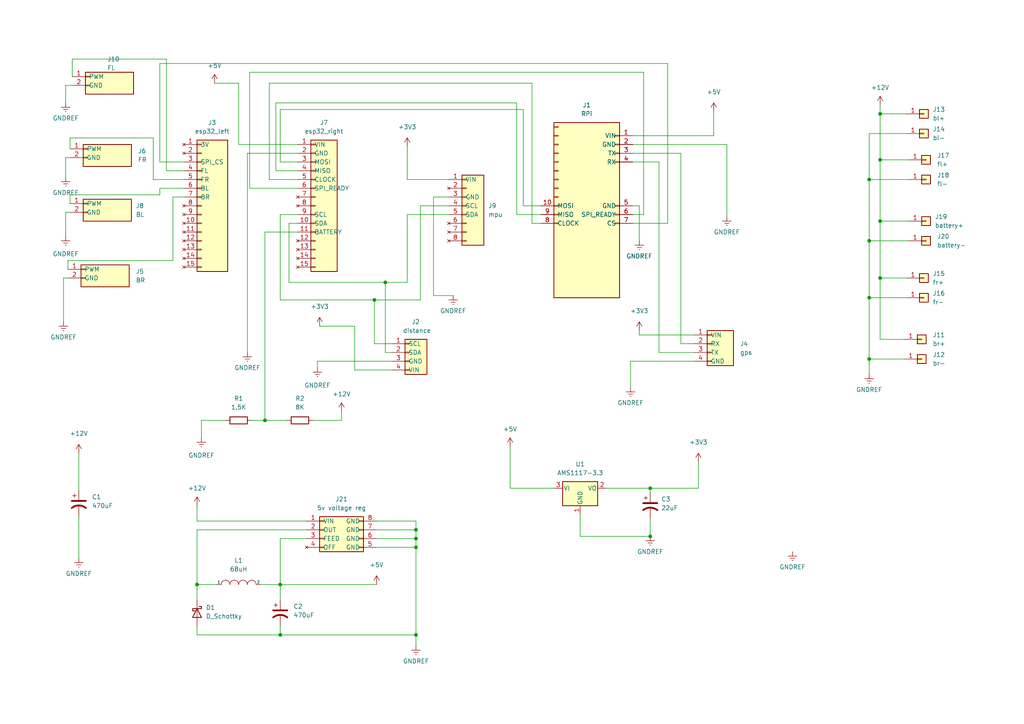
<source format=kicad_sch>
(kicad_sch (version 20211123) (generator eeschema)
  (paper "A4")
  (lib_symbols
    (symbol "Conn_01x01_1" (pin_names (offset 1.016) hide)
      (property "Reference" "J" (at 0 2.54 0))
      (property "Value" "Conn_01x01_1" (at 0 -2.54 0))
      (symbol "Conn_01x01_1_1_1"
        (rectangle (start -1.27 0.127) (end 0 -0.127) (stroke (width 0.1524)))
        (rectangle (start -1.27 1.27) (end 1.27 -1.27) (stroke (width 0.254)) (fill (type background)))
        (pin passive line (at -5.08 0 0) (length 3.81) (name "Pin_1") (number "1"))
      )
    )
    (symbol "Conn_01x02_1" (pin_names (offset 1.016))
      (property "Reference" "J?" (at 5.08 5.08 0))
      (property "Value" "Conn_01x02_1" (at 5.08 2.54 0))
      (symbol "Conn_01x02_1_1_1"
        (rectangle (start -1.27 -2.413) (end 0 -2.667) (stroke (width 0.1524)))
        (rectangle (start -1.27 0.127) (end 0 -0.127) (stroke (width 0.1524)))
        (rectangle (start -1.27 1.27) (end 12.7 -5.08) (stroke (width 0.254)) (fill (type background)))
        (pin input line (at -5.08 0 0) (length 3.81) (name "PWM") (number "1"))
        (pin passive line (at -5.08 -2.54 0) (length 3.81) (name "GND") (number "2"))
      )
    )
    (symbol "Conn_01x04_1" (pin_names (offset 1.016))
      (property "Reference" "J?" (at 2.54 7.62 0))
      (property "Value" "Conn_01x04" (at -2.54 5.08 0))
      (symbol "Conn_01x04_1_1_1"
        (rectangle (start -1.27 -4.953) (end 0 -5.207) (stroke (width 0.1524)))
        (rectangle (start -1.27 -2.413) (end 0 -2.667) (stroke (width 0.1524)))
        (rectangle (start -1.27 0.127) (end 0 -0.127) (stroke (width 0.1524)))
        (rectangle (start -1.27 2.667) (end 0 2.413) (stroke (width 0.1524)))
        (rectangle (start -1.27 3.81) (end 6.35 -6.35) (stroke (width 0.254)) (fill (type background)))
        (pin passive line (at -5.08 2.54 0) (length 3.81) (name "VIN") (number "1"))
        (pin input line (at -5.08 0 0) (length 3.81) (name "RX") (number "2"))
        (pin output line (at -5.08 -2.54 0) (length 3.81) (name "TX") (number "3"))
        (pin passive line (at -5.08 -5.08 0) (length 3.81) (name "GND") (number "4"))
      )
    )
    (symbol "Conn_01x15_1" (pin_names (offset 1.016))
      (property "Reference" "J7" (at 2.54 24.13 0))
      (property "Value" "esp32_right" (at 2.54 21.59 0))
      (symbol "Conn_01x15_1_1_1"
        (rectangle (start -1.27 -17.653) (end 0 -17.907) (stroke (width 0.1524)))
        (rectangle (start -1.27 -15.113) (end 0 -15.367) (stroke (width 0.1524)))
        (rectangle (start -1.27 -12.573) (end 0 -12.827) (stroke (width 0.1524)))
        (rectangle (start -1.27 -10.033) (end 0 -10.287) (stroke (width 0.1524)))
        (rectangle (start -1.27 -7.493) (end 0 -7.747) (stroke (width 0.1524)))
        (rectangle (start -1.27 -4.953) (end 0 -5.207) (stroke (width 0.1524)))
        (rectangle (start -1.27 -2.413) (end 0 -2.667) (stroke (width 0.1524)))
        (rectangle (start -1.27 0.127) (end 0 -0.127) (stroke (width 0.1524)))
        (rectangle (start -1.27 2.667) (end 0 2.413) (stroke (width 0.1524)))
        (rectangle (start -1.27 5.207) (end 0 4.953) (stroke (width 0.1524)))
        (rectangle (start -1.27 7.747) (end 0 7.493) (stroke (width 0.1524)))
        (rectangle (start -1.27 10.287) (end 0 10.033) (stroke (width 0.1524)))
        (rectangle (start -1.27 12.827) (end 0 12.573) (stroke (width 0.1524)))
        (rectangle (start -1.27 15.367) (end 0 15.113) (stroke (width 0.1524)))
        (rectangle (start -1.27 17.907) (end 0 17.653) (stroke (width 0.1524)))
        (rectangle (start -1.27 19.05) (end 6.35 -19.05) (stroke (width 0.254)) (fill (type background)))
        (pin passive line (at -5.08 17.78 0) (length 3.81) (name "VIN") (number "1"))
        (pin bidirectional line (at -5.08 -5.08 0) (length 3.81) (name "SDA") (number "10") (alternate "" input line))
        (pin input line (at -5.08 -7.62 0) (length 3.81) (name "BATTERY") (number "11"))
        (pin no_connect line (at -5.08 -10.16 0) (length 3.81) (name "") (number "12"))
        (pin no_connect line (at -5.08 -12.7 0) (length 3.81) (name "") (number "13"))
        (pin no_connect line (at -5.08 -15.24 0) (length 3.81) (name "") (number "14"))
        (pin no_connect line (at -5.08 -17.78 0) (length 3.81) (name "") (number "15"))
        (pin passive line (at -5.08 15.24 0) (length 3.81) (name "GND") (number "2"))
        (pin input line (at -5.08 12.7 0) (length 3.81) (name "MOSI") (number "3"))
        (pin output line (at -5.08 10.16 0) (length 3.81) (name "MISO") (number "4"))
        (pin input line (at -5.08 7.62 0) (length 3.81) (name "CLOCK") (number "5"))
        (pin output line (at -5.08 5.08 0) (length 3.81) (name "SPI_READY") (number "6"))
        (pin no_connect line (at -5.08 2.54 0) (length 3.81) (name "") (number "7"))
        (pin no_connect line (at -5.08 0 0) (length 3.81) (name "") (number "8"))
        (pin output line (at -5.08 -2.54 0) (length 3.81) (name "SCL") (number "9"))
      )
    )
    (symbol "Conn_02x04_Counter_Clockwise_1" (pin_names (offset 1.016))
      (property "Reference" "J21" (at 5.08 8.89 0))
      (property "Value" "Conn_02x04_Counter_Clockwise_1" (at 5.08 6.35 0))
      (symbol "Conn_02x04_Counter_Clockwise_1_1_1"
        (rectangle (start -1.27 -4.953) (end 0 -5.207) (stroke (width 0.1524)))
        (rectangle (start -1.27 -2.413) (end 0 -2.667) (stroke (width 0.1524)))
        (rectangle (start -1.27 0.127) (end 0 -0.127) (stroke (width 0.1524)))
        (rectangle (start -1.27 2.667) (end 0 2.413) (stroke (width 0.1524)))
        (rectangle (start -1.27 3.81) (end 11.43 -6.35) (stroke (width 0.254)) (fill (type background)))
        (rectangle (start 11.43 -4.953) (end 10.16 -5.207) (stroke (width 0.1524)))
        (rectangle (start 11.43 -2.413) (end 10.16 -2.667) (stroke (width 0.1524)))
        (rectangle (start 11.43 0.127) (end 10.16 -0.127) (stroke (width 0.1524)))
        (rectangle (start 11.43 2.667) (end 10.16 2.413) (stroke (width 0.1524)))
        (pin passive line (at -5.08 2.54 0) (length 3.81) (name "VIN") (number "1"))
        (pin passive line (at -5.08 0 0) (length 3.81) (name "OUT") (number "2"))
        (pin passive line (at -5.08 -2.54 0) (length 3.81) (name "FEED") (number "3"))
        (pin no_connect line (at -5.08 -5.08 0) (length 3.81) (name "OFF") (number "4"))
        (pin passive line (at 15.24 -5.08 180) (length 3.81) (name "GND") (number "5"))
        (pin passive line (at 15.24 -2.54 180) (length 3.81) (name "GND") (number "6"))
        (pin passive line (at 15.24 0 180) (length 3.81) (name "GND") (number "7"))
        (pin passive line (at 15.24 2.54 180) (length 3.81) (name "GND") (number "8"))
      )
    )
    (symbol "Connector_Generic:Conn_01x04" (pin_names (offset 1.016))
      (property "Reference" "J2" (at 0.635 8.89 0))
      (property "Value" "distance" (at -1.905 6.35 0))
      (symbol "Conn_01x04_1_1"
        (rectangle (start -1.27 -4.953) (end 0 -5.207) (stroke (width 0.1524)))
        (rectangle (start -1.27 -2.413) (end 0 -2.667) (stroke (width 0.1524)))
        (rectangle (start -1.27 0.127) (end 0 -0.127) (stroke (width 0.1524)))
        (rectangle (start -1.27 2.667) (end 0 2.413) (stroke (width 0.1524)))
        (rectangle (start -1.27 3.81) (end 5.08 -6.35) (stroke (width 0.254)) (fill (type background)))
        (pin input line (at -5.08 2.54 0) (length 3.81) (name "SCL") (number "1"))
        (pin bidirectional line (at -5.08 0 0) (length 3.81) (name "SDA") (number "2"))
        (pin passive line (at -5.08 -2.54 0) (length 3.81) (name "GND") (number "3"))
        (pin passive line (at -5.08 -5.08 0) (length 3.81) (name "VIN") (number "4"))
      )
    )
    (symbol "Connector_Generic:Conn_01x08" (pin_names (offset 1.016))
      (property "Reference" "J9" (at 6.35 0.0001 0))
      (property "Value" "mpu" (at 6.35 -2.5399 0))
      (symbol "Conn_01x08_1_1"
        (rectangle (start -1.27 -10.033) (end 0 -10.287) (stroke (width 0.1524)))
        (rectangle (start -1.27 -7.493) (end 0 -7.747) (stroke (width 0.1524)))
        (rectangle (start -1.27 -4.953) (end 0 -5.207) (stroke (width 0.1524)))
        (rectangle (start -1.27 -2.413) (end 0 -2.667) (stroke (width 0.1524)))
        (rectangle (start -1.27 0.127) (end 0 -0.127) (stroke (width 0.1524)))
        (rectangle (start -1.27 2.667) (end 0 2.413) (stroke (width 0.1524)))
        (rectangle (start -1.27 5.207) (end 0 4.953) (stroke (width 0.1524)))
        (rectangle (start -1.27 7.747) (end 0 7.493) (stroke (width 0.1524)))
        (rectangle (start -1.27 8.89) (end 5.08 -11.43) (stroke (width 0.254)) (fill (type background)))
        (pin passive line (at -5.08 7.62 0) (length 3.81) (name "VIN") (number "1"))
        (pin no_connect line (at -5.08 5.08 0) (length 3.81) (name "") (number "2"))
        (pin passive line (at -5.08 2.54 0) (length 3.81) (name "GND") (number "3"))
        (pin input line (at -5.08 0 0) (length 3.81) (name "SCL") (number "4"))
        (pin bidirectional line (at -5.08 -2.54 0) (length 3.81) (name "SDA") (number "5"))
        (pin no_connect line (at -5.08 -5.08 0) (length 3.81) (name "") (number "6"))
        (pin no_connect line (at -5.08 -7.62 0) (length 3.81) (name "") (number "7"))
        (pin no_connect line (at -5.08 -10.16 0) (length 3.81) (name "") (number "8"))
      )
    )
    (symbol "Connector_Generic:Conn_01x15" (pin_names (offset 1.016))
      (property "Reference" "J3" (at 1.27 22.86 0))
      (property "Value" "esp32_left" (at 6.35 22.86 0))
      (symbol "Conn_01x15_1_1"
        (rectangle (start -1.27 -17.653) (end 0 -17.907) (stroke (width 0.1524)))
        (rectangle (start -1.27 -15.113) (end 0 -15.367) (stroke (width 0.1524)))
        (rectangle (start -1.27 -12.573) (end 0 -12.827) (stroke (width 0.1524)))
        (rectangle (start -1.27 -10.033) (end 0 -10.287) (stroke (width 0.1524)))
        (rectangle (start -1.27 -7.493) (end 0 -7.747) (stroke (width 0.1524)))
        (rectangle (start -1.27 -4.953) (end 0 -5.207) (stroke (width 0.1524)))
        (rectangle (start -1.27 -2.413) (end 0 -2.667) (stroke (width 0.1524)))
        (rectangle (start -1.27 0.127) (end 0 -0.127) (stroke (width 0.1524)))
        (rectangle (start -1.27 2.667) (end 0 2.413) (stroke (width 0.1524)))
        (rectangle (start -1.27 5.207) (end 0 4.953) (stroke (width 0.1524)))
        (rectangle (start -1.27 7.747) (end 0 7.493) (stroke (width 0.1524)))
        (rectangle (start -1.27 10.287) (end 0 10.033) (stroke (width 0.1524)))
        (rectangle (start -1.27 12.827) (end 0 12.573) (stroke (width 0.1524)))
        (rectangle (start -1.27 15.367) (end 0 15.113) (stroke (width 0.1524)))
        (rectangle (start -1.27 17.907) (end 0 17.653) (stroke (width 0.1524)))
        (rectangle (start -1.27 19.05) (end 7.62 -19.05) (stroke (width 0.254)) (fill (type background)))
        (pin no_connect line (at -5.08 17.78 0) (length 3.81) (name "3V") (number "1"))
        (pin no_connect line (at -5.08 -5.08 0) (length 3.81) (name "") (number "10"))
        (pin no_connect line (at -5.08 -7.62 0) (length 3.81) (name "") (number "11"))
        (pin no_connect line (at -5.08 -10.16 0) (length 3.81) (name "") (number "12"))
        (pin no_connect line (at -5.08 -12.7 0) (length 3.81) (name "") (number "13"))
        (pin no_connect line (at -5.08 -15.24 0) (length 3.81) (name "") (number "14"))
        (pin no_connect line (at -5.08 -17.78 0) (length 3.81) (name "") (number "15"))
        (pin no_connect line (at -5.08 15.24 0) (length 3.81) (name "") (number "2"))
        (pin passive line (at -5.08 12.7 0) (length 3.81) (name "SPI_CS") (number "3"))
        (pin passive line (at -5.08 10.16 0) (length 3.81) (name "FL") (number "4"))
        (pin passive line (at -5.08 7.62 0) (length 3.81) (name "FR") (number "5"))
        (pin passive line (at -5.08 5.08 0) (length 3.81) (name "BL") (number "6"))
        (pin passive line (at -5.08 2.54 0) (length 3.81) (name "BR") (number "7"))
        (pin no_connect line (at -5.08 0 0) (length 3.81) (name "") (number "8"))
        (pin no_connect line (at -5.08 -2.54 0) (length 3.81) (name "") (number "9"))
      )
    )
    (symbol "Connector_Generic:Conn_02x20_Odd_Even" (pin_names (offset 1.016))
      (property "Reference" "J1" (at 8.255 29.21 0))
      (property "Value" "RPi" (at 8.255 26.67 0))
      (symbol "Conn_02x20_Odd_Even_1_1"
        (rectangle (start -1.27 -4.953) (end 0 -5.207) (stroke (width 0.1524)))
        (rectangle (start -1.27 -2.413) (end 0 -2.667) (stroke (width 0.1524)))
        (rectangle (start -1.27 0.127) (end 0 -0.127) (stroke (width 0.1524)))
        (rectangle (start -1.27 2.667) (end 0 2.413) (stroke (width 0.1524)))
        (rectangle (start -1.27 5.207) (end 0 4.953) (stroke (width 0.1524)))
        (rectangle (start -1.27 7.747) (end 0 7.493) (stroke (width 0.1524)))
        (rectangle (start -1.27 10.287) (end 0 10.033) (stroke (width 0.1524)))
        (rectangle (start -1.27 12.827) (end 0 12.573) (stroke (width 0.1524)))
        (rectangle (start -1.27 15.367) (end 0 15.113) (stroke (width 0.1524)))
        (rectangle (start -1.27 17.907) (end 0 17.653) (stroke (width 0.1524)))
        (rectangle (start -1.27 20.447) (end 0 20.193) (stroke (width 0.1524)))
        (rectangle (start -1.27 22.987) (end 0 22.733) (stroke (width 0.1524)))
        (rectangle (start -1.27 24.13) (end 17.78 -26.67) (stroke (width 0.254)) (fill (type background)))
        (rectangle (start 17.78 -4.953) (end 16.51 -5.207) (stroke (width 0.1524)))
        (rectangle (start 17.78 -2.413) (end 16.51 -2.667) (stroke (width 0.1524)))
        (rectangle (start 17.78 0.127) (end 16.51 -0.127) (stroke (width 0.1524)))
        (rectangle (start 17.78 12.827) (end 16.51 12.573) (stroke (width 0.1524)))
        (rectangle (start 17.78 15.367) (end 16.51 15.113) (stroke (width 0.1524)))
        (rectangle (start 17.78 17.907) (end 16.51 17.653) (stroke (width 0.1524)))
        (rectangle (start 17.78 20.447) (end 16.51 20.193) (stroke (width 0.1524)))
        (pin passive line (at 21.59 20.32 180) (length 3.81) (name "VIN") (number "1"))
        (pin output line (at -5.08 0 0) (length 3.81) (name "MOSI") (number "10"))
        (pin passive line (at 21.59 17.78 180) (length 3.81) (name "GND") (number "2"))
        (pin output line (at 21.59 15.24 180) (length 3.81) (name "TX") (number "3"))
        (pin input line (at 21.59 12.7 180) (length 3.81) (name "RX") (number "4"))
        (pin passive line (at 21.59 0 180) (length 3.81) (name "GND") (number "5"))
        (pin input line (at 21.59 -2.54 180) (length 3.81) (name "SPI_READY") (number "6"))
        (pin output line (at 21.59 -5.08 180) (length 3.81) (name "CS") (number "7"))
        (pin output line (at -5.08 -5.08 0) (length 3.81) (name "CLOCK") (number "8"))
        (pin input line (at -5.08 -2.54 0) (length 3.81) (name "MISO") (number "9"))
      )
    )
    (symbol "Device:C_Polarized_US" (pin_numbers hide) (pin_names (offset 0.254) hide)
      (property "Reference" "C" (at 0.635 2.54 0))
      (property "Value" "C_Polarized_US" (at 0.635 -2.54 0))
      (symbol "C_Polarized_US_0_1"
        (polyline (pts (xy -2.032 0.762) (xy 2.032 0.762)) (stroke (width 0.508)))
        (polyline (pts (xy -1.778 2.286) (xy -0.762 2.286)))
        (polyline (pts (xy -1.27 1.778) (xy -1.27 2.794)))
        (arc (start 2.032 -1.27) (mid 0 -0.5572) (end -2.032 -1.27) (stroke (width 0.508)))
      )
      (symbol "C_Polarized_US_1_1"
        (pin passive line (at 0 3.81 270) (length 2.794) (name "~") (number "1"))
        (pin passive line (at 0 -3.81 90) (length 3.302) (name "~") (number "2"))
      )
    )
    (symbol "Device:D_Schottky" (pin_numbers hide) (pin_names (offset 1.016) hide)
      (property "Reference" "D" (at 0 2.54 0))
      (property "Value" "D_Schottky" (at 0 -2.54 0))
      (symbol "D_Schottky_0_1"
        (polyline (pts (xy 1.27 0) (xy -1.27 0)))
        (polyline (pts (xy 1.27 1.27) (xy 1.27 -1.27) (xy -1.27 0) (xy 1.27 1.27)) (stroke (width 0.254)))
        (polyline (pts (xy -1.905 0.635) (xy -1.905 1.27) (xy -1.27 1.27) (xy -1.27 -1.27) (xy -0.635 -1.27) (xy -0.635 -0.635)) (stroke (width 0.254)))
      )
      (symbol "D_Schottky_1_1"
        (pin passive line (at -3.81 0 0) (length 2.54) (name "K") (number "1"))
        (pin passive line (at 3.81 0 180) (length 2.54) (name "A") (number "2"))
      )
    )
    (symbol "Device:R" (pin_numbers hide) (pin_names (offset 0))
      (property "Reference" "R" (at 2.032 0 90))
      (property "Value" "R" (at 0 0 90))
      (symbol "R_0_1"
        (rectangle (start -1.016 -2.54) (end 1.016 2.54) (stroke (width 0.254)))
      )
      (symbol "R_1_1"
        (pin passive line (at 0 3.81 270) (length 1.27) (name "~") (number "1"))
        (pin passive line (at 0 -3.81 90) (length 1.27) (name "~") (number "2"))
      )
    )
    (symbol "Regulator_Linear:AMS1117-3.3" (pin_names (offset 0.254))
      (property "Reference" "U" (at -3.81 3.175 0))
      (property "Value" "AMS1117-3.3" (at 0 3.175 0))
      (symbol "AMS1117-3.3_0_1"
        (rectangle (start -5.08 -5.08) (end 5.08 1.905) (stroke (width 0.254)) (fill (type background)))
      )
      (symbol "AMS1117-3.3_1_1"
        (pin power_in line (at 0 -7.62 90) (length 2.54) (name "GND") (number "1"))
        (pin power_out line (at 7.62 0 180) (length 2.54) (name "VO") (number "2"))
        (pin power_in line (at -7.62 0 0) (length 2.54) (name "VI") (number "3"))
      )
    )
    (symbol "power:+12V" (power) (pin_names (offset 0))
      (property "Value" "+12V" (at 0 3.556 0))
      (symbol "+12V_0_1"
        (polyline (pts (xy -0.762 1.27) (xy 0 2.54)))
        (polyline (pts (xy 0 0) (xy 0 2.54)))
        (polyline (pts (xy 0 2.54) (xy 0.762 1.27)))
      )
      (symbol "+12V_1_1"
        (pin power_in line (at 0 0 90) (length 0) hide (name "+12V") (number "1"))
      )
    )
    (symbol "power:+3.3V" (power) (pin_names (offset 0))
      (property "Value" "+3.3V" (at 0 3.556 0))
      (symbol "+3.3V_0_1"
        (polyline (pts (xy -0.762 1.27) (xy 0 2.54)))
        (polyline (pts (xy 0 0) (xy 0 2.54)))
        (polyline (pts (xy 0 2.54) (xy 0.762 1.27)))
      )
      (symbol "+3.3V_1_1"
        (pin power_in line (at 0 0 90) (length 0) hide (name "+3V3") (number "1"))
      )
    )
    (symbol "power:+5V" (power) (pin_names (offset 0))
      (property "Value" "+5V" (at 0 3.556 0))
      (symbol "+5V_0_1"
        (polyline (pts (xy -0.762 1.27) (xy 0 2.54)))
        (polyline (pts (xy 0 0) (xy 0 2.54)))
        (polyline (pts (xy 0 2.54) (xy 0.762 1.27)))
      )
      (symbol "+5V_1_1"
        (pin power_in line (at 0 0 90) (length 0) hide (name "+5V") (number "1"))
      )
    )
    (symbol "power:GNDREF" (power) (pin_names (offset 0))
      (property "Value" "GNDREF" (at 0 -3.81 0))
      (symbol "GNDREF_0_1"
        (polyline (pts (xy -0.635 -1.905) (xy 0.635 -1.905)))
        (polyline (pts (xy -0.127 -2.54) (xy 0.127 -2.54)))
        (polyline (pts (xy 0 -1.27) (xy 0 0)))
        (polyline (pts (xy 1.27 -1.27) (xy -1.27 -1.27)))
      )
      (symbol "GNDREF_1_1"
        (pin power_in line (at 0 0 270) (length 0) hide (name "GNDREF") (number "1"))
      )
    )
    (symbol "pspice:INDUCTOR" (pin_numbers hide) (pin_names (offset 0))
      (property "Reference" "L" (at 0 2.54 0))
      (property "Value" "INDUCTOR" (at 0 -1.27 0))
      (symbol "INDUCTOR_0_1"
        (arc (start -2.54 0) (mid -3.81 1.27) (end -5.08 0))
        (arc (start 0 0) (mid -1.27 1.27) (end -2.54 0))
        (arc (start 2.54 0) (mid 1.27 1.27) (end 0 0))
        (arc (start 5.08 0) (mid 3.81 1.27) (end 2.54 0))
      )
      (symbol "INDUCTOR_1_1"
        (pin input line (at -6.35 0 0) (length 1.27) (name "1") (number "1"))
        (pin input line (at 6.35 0 180) (length 1.27) (name "2") (number "2"))
      )
    )
  )
  (junction (at 252.095 69.85))
  (junction (at 255.27 64.135))
  (junction (at 120.65 156.21))
  (junction (at 252.095 52.07))
  (junction (at 188.595 141.605))
  (junction (at 255.27 33.02))
  (junction (at 120.65 158.75))
  (junction (at 81.28 184.15))
  (junction (at 252.095 86.36))
  (junction (at 57.15 169.545))
  (junction (at 120.65 153.67))
  (junction (at 255.27 80.645))
  (junction (at 111.76 81.915))
  (junction (at 188.595 155.575))
  (junction (at 255.27 46.355))
  (junction (at 108.585 86.995))
  (junction (at 120.65 184.15))
  (junction (at 81.28 169.545))
  (junction (at 76.835 121.92))
  (junction (at 252.095 104.14))
  (wire (pts (xy 99.06 119.38) (xy 99.06 121.92)))
  (wire (pts (xy 210.82 41.91) (xy 210.82 62.865)))
  (wire (pts (xy 73.025 121.92) (xy 76.835 121.92)))
  (wire (pts (xy 86.36 62.23) (xy 81.28 62.23)))
  (wire (pts (xy 20.955 22.225) (xy 20.955 17.145)))
  (wire (pts (xy 252.095 86.36) (xy 252.095 104.14)))
  (wire (pts (xy 201.295 97.155) (xy 185.42 97.155)))
  (wire (pts (xy 185.42 59.69) (xy 185.42 69.85)))
  (wire (pts (xy 130.175 52.07) (xy 118.11 52.07)))
  (wire (pts (xy 58.42 127) (xy 58.42 121.92)))
  (wire (pts (xy 20.32 56.515) (xy 46.355 56.515)))
  (wire (pts (xy 80.01 49.53) (xy 86.36 49.53)))
  (wire (pts (xy 111.76 81.915) (xy 118.11 81.915)))
  (wire (pts (xy 69.215 41.91) (xy 69.215 24.13)))
  (wire (pts (xy 19.05 61.595) (xy 20.32 61.595)))
  (wire (pts (xy 113.665 99.695) (xy 108.585 99.695)))
  (wire (pts (xy 120.65 156.21) (xy 120.65 158.75)))
  (wire (pts (xy 201.295 102.235) (xy 191.135 102.235)))
  (wire (pts (xy 80.01 29.845) (xy 80.01 49.53)))
  (wire (pts (xy 19.05 51.435) (xy 19.05 45.72)))
  (wire (pts (xy 191.135 46.99) (xy 183.515 46.99)))
  (wire (pts (xy 130.175 57.15) (xy 125.73 57.15)))
  (wire (pts (xy 151.765 31.75) (xy 81.28 31.75)))
  (wire (pts (xy 183.515 44.45) (xy 197.485 44.45)))
  (wire (pts (xy 108.585 99.695) (xy 108.585 86.995)))
  (wire (pts (xy 118.11 62.23) (xy 130.175 62.23)))
  (wire (pts (xy 102.87 94.615) (xy 92.71 94.615)))
  (wire (pts (xy 88.9 151.13) (xy 57.15 151.13)))
  (wire (pts (xy 81.28 184.15) (xy 120.65 184.15)))
  (wire (pts (xy 193.675 64.77) (xy 193.675 18.415)))
  (wire (pts (xy 20.32 43.18) (xy 20.32 40.005)))
  (wire (pts (xy 81.28 169.545) (xy 109.22 169.545)))
  (wire (pts (xy 125.73 57.15) (xy 125.73 85.725)))
  (wire (pts (xy 69.215 24.13) (xy 62.23 24.13)))
  (wire (pts (xy 113.665 102.235) (xy 111.76 102.235)))
  (wire (pts (xy 182.88 104.775) (xy 182.88 112.395)))
  (wire (pts (xy 255.27 33.02) (xy 255.27 30.48)))
  (wire (pts (xy 46.355 18.415) (xy 46.355 46.99)))
  (wire (pts (xy 113.665 107.315) (xy 102.87 107.315)))
  (wire (pts (xy 193.675 18.415) (xy 46.355 18.415)))
  (wire (pts (xy 108.585 86.995) (xy 121.92 86.995)))
  (wire (pts (xy 81.28 181.61) (xy 81.28 184.15)))
  (wire (pts (xy 19.05 45.72) (xy 20.32 45.72)))
  (wire (pts (xy 186.69 20.955) (xy 72.39 20.955)))
  (wire (pts (xy 154.305 24.13) (xy 78.105 24.13)))
  (wire (pts (xy 191.135 102.235) (xy 191.135 46.99)))
  (wire (pts (xy 202.565 133.985) (xy 202.565 141.605)))
  (wire (pts (xy 92.075 104.775) (xy 92.075 106.68)))
  (wire (pts (xy 109.22 151.13) (xy 120.65 151.13)))
  (wire (pts (xy 75.565 169.545) (xy 81.28 169.545)))
  (wire (pts (xy 19.05 24.765) (xy 20.955 24.765)))
  (wire (pts (xy 86.36 41.91) (xy 69.215 41.91)))
  (wire (pts (xy 202.565 141.605) (xy 188.595 141.605)))
  (wire (pts (xy 20.955 17.145) (xy 48.26 17.145)))
  (wire (pts (xy 71.755 102.235) (xy 71.755 44.45)))
  (wire (pts (xy 188.595 150.495) (xy 188.595 155.575)))
  (wire (pts (xy 57.15 169.545) (xy 57.15 173.99)))
  (wire (pts (xy 168.275 155.575) (xy 188.595 155.575)))
  (wire (pts (xy 147.955 141.605) (xy 160.655 141.605)))
  (wire (pts (xy 263.525 64.135) (xy 255.27 64.135)))
  (wire (pts (xy 183.515 59.69) (xy 185.42 59.69)))
  (wire (pts (xy 109.22 156.21) (xy 120.65 156.21)))
  (wire (pts (xy 255.27 46.355) (xy 255.27 33.02)))
  (wire (pts (xy 120.65 151.13) (xy 120.65 153.67)))
  (wire (pts (xy 120.65 153.67) (xy 120.65 156.21)))
  (wire (pts (xy 58.42 121.92) (xy 65.405 121.92)))
  (wire (pts (xy 46.355 56.515) (xy 46.355 54.61)))
  (wire (pts (xy 72.39 54.61) (xy 86.36 54.61)))
  (wire (pts (xy 207.01 39.37) (xy 207.01 32.385)))
  (wire (pts (xy 22.86 149.86) (xy 22.86 161.925)))
  (wire (pts (xy 57.15 181.61) (xy 57.15 184.15)))
  (wire (pts (xy 81.28 156.21) (xy 81.28 169.545)))
  (wire (pts (xy 262.89 33.02) (xy 255.27 33.02)))
  (wire (pts (xy 121.92 86.995) (xy 121.92 59.69)))
  (wire (pts (xy 255.27 98.425) (xy 255.27 80.645)))
  (wire (pts (xy 111.76 81.915) (xy 111.76 102.235)))
  (wire (pts (xy 81.28 156.21) (xy 88.9 156.21)))
  (wire (pts (xy 50.165 75.565) (xy 50.165 57.15)))
  (wire (pts (xy 175.895 141.605) (xy 188.595 141.605)))
  (wire (pts (xy 262.89 38.735) (xy 252.095 38.735)))
  (wire (pts (xy 118.11 81.915) (xy 118.11 62.23)))
  (wire (pts (xy 57.15 153.67) (xy 57.15 169.545)))
  (wire (pts (xy 76.835 67.31) (xy 86.36 67.31)))
  (wire (pts (xy 71.755 44.45) (xy 86.36 44.45)))
  (wire (pts (xy 57.15 146.685) (xy 57.15 151.13)))
  (wire (pts (xy 113.665 104.775) (xy 92.075 104.775)))
  (wire (pts (xy 252.095 38.735) (xy 252.095 52.07)))
  (wire (pts (xy 57.15 153.67) (xy 88.9 153.67)))
  (wire (pts (xy 125.73 85.725) (xy 131.445 85.725)))
  (wire (pts (xy 197.485 99.695) (xy 197.485 44.45)))
  (wire (pts (xy 147.955 129.54) (xy 147.955 141.605)))
  (wire (pts (xy 121.92 59.69) (xy 130.175 59.69)))
  (wire (pts (xy 255.27 64.135) (xy 255.27 46.355)))
  (wire (pts (xy 201.295 99.695) (xy 197.485 99.695)))
  (wire (pts (xy 76.835 121.92) (xy 76.835 67.31)))
  (wire (pts (xy 252.095 69.85) (xy 252.095 86.36)))
  (wire (pts (xy 201.295 104.775) (xy 182.88 104.775)))
  (wire (pts (xy 22.86 142.24) (xy 22.86 131.445)))
  (wire (pts (xy 72.39 20.955) (xy 72.39 54.61)))
  (wire (pts (xy 120.65 184.15) (xy 120.65 187.325)))
  (wire (pts (xy 183.515 62.23) (xy 186.69 62.23)))
  (wire (pts (xy 19.05 68.58) (xy 19.05 61.595)))
  (wire (pts (xy 81.28 46.99) (xy 86.36 46.99)))
  (wire (pts (xy 185.42 97.155) (xy 185.42 95.885)))
  (wire (pts (xy 186.69 62.23) (xy 186.69 20.955)))
  (wire (pts (xy 81.28 169.545) (xy 81.28 173.99)))
  (wire (pts (xy 81.28 86.995) (xy 108.585 86.995)))
  (wire (pts (xy 44.45 40.005) (xy 44.45 52.07)))
  (wire (pts (xy 44.45 52.07) (xy 53.34 52.07)))
  (wire (pts (xy 255.27 98.425) (xy 262.255 98.425)))
  (wire (pts (xy 156.845 59.69) (xy 151.765 59.69)))
  (wire (pts (xy 57.15 184.15) (xy 81.28 184.15)))
  (wire (pts (xy 262.89 80.645) (xy 255.27 80.645)))
  (wire (pts (xy 188.595 141.605) (xy 188.595 142.875)))
  (wire (pts (xy 19.685 75.565) (xy 50.165 75.565)))
  (wire (pts (xy 46.355 46.99) (xy 53.34 46.99)))
  (wire (pts (xy 149.86 62.23) (xy 149.86 29.845)))
  (wire (pts (xy 154.305 64.77) (xy 154.305 24.13)))
  (wire (pts (xy 48.26 49.53) (xy 53.34 49.53)))
  (wire (pts (xy 156.845 62.23) (xy 149.86 62.23)))
  (wire (pts (xy 20.32 40.005) (xy 44.45 40.005)))
  (wire (pts (xy 50.165 57.15) (xy 53.34 57.15)))
  (wire (pts (xy 78.105 52.07) (xy 86.36 52.07)))
  (wire (pts (xy 83.82 81.915) (xy 111.76 81.915)))
  (wire (pts (xy 252.095 86.36) (xy 262.89 86.36)))
  (wire (pts (xy 18.415 80.645) (xy 19.685 80.645)))
  (wire (pts (xy 183.515 64.77) (xy 193.675 64.77)))
  (wire (pts (xy 76.835 121.92) (xy 83.185 121.92)))
  (wire (pts (xy 102.87 107.315) (xy 102.87 94.615)))
  (wire (pts (xy 19.685 78.105) (xy 19.685 75.565)))
  (wire (pts (xy 120.65 158.75) (xy 120.65 184.15)))
  (wire (pts (xy 252.095 69.85) (xy 263.525 69.85)))
  (wire (pts (xy 118.11 52.07) (xy 118.11 42.545)))
  (wire (pts (xy 83.82 64.77) (xy 83.82 81.915)))
  (wire (pts (xy 149.86 29.845) (xy 80.01 29.845)))
  (wire (pts (xy 263.525 46.355) (xy 255.27 46.355)))
  (wire (pts (xy 57.15 169.545) (xy 62.865 169.545)))
  (wire (pts (xy 109.22 158.75) (xy 120.65 158.75)))
  (wire (pts (xy 252.095 52.07) (xy 263.525 52.07)))
  (wire (pts (xy 151.765 59.69) (xy 151.765 31.75)))
  (wire (pts (xy 86.36 64.77) (xy 83.82 64.77)))
  (wire (pts (xy 255.27 80.645) (xy 255.27 64.135)))
  (wire (pts (xy 19.05 29.845) (xy 19.05 24.765)))
  (wire (pts (xy 90.805 121.92) (xy 99.06 121.92)))
  (wire (pts (xy 252.095 104.14) (xy 252.095 108.585)))
  (wire (pts (xy 46.355 54.61) (xy 53.34 54.61)))
  (wire (pts (xy 252.095 52.07) (xy 252.095 69.85)))
  (wire (pts (xy 109.22 153.67) (xy 120.65 153.67)))
  (wire (pts (xy 156.845 64.77) (xy 154.305 64.77)))
  (wire (pts (xy 20.32 59.055) (xy 20.32 56.515)))
  (wire (pts (xy 48.26 17.145) (xy 48.26 49.53)))
  (wire (pts (xy 78.105 24.13) (xy 78.105 52.07)))
  (wire (pts (xy 183.515 41.91) (xy 210.82 41.91)))
  (wire (pts (xy 18.415 93.345) (xy 18.415 80.645)))
  (wire (pts (xy 81.28 62.23) (xy 81.28 86.995)))
  (wire (pts (xy 81.28 31.75) (xy 81.28 46.99)))
  (wire (pts (xy 168.275 149.225) (xy 168.275 155.575)))
  (wire (pts (xy 252.095 104.14) (xy 262.255 104.14)))
  (wire (pts (xy 183.515 39.37) (xy 207.01 39.37)))
  (symbol (lib_id "Regulator_Linear:AMS1117-3.3") (at 168.275 141.605 0) (unit 1)
    (property "Reference" "U1" (at 168.275 134.62 0))
    (property "Value" "AMS1117-3.3" (at 168.275 137.16 0))
    (property "Footprint" "Package_TO_SOT_SMD:SOT-223-3_TabPin2" (effects hide))
    (property "Datasheet" "http://www.advanced-monolithic.com/pdf/ds1117.pdf" (effects hide))
  )
  (symbol (lib_id "power:+5V") (at 207.01 32.385 0) (unit 1)
    (property "Reference" "#PWR0107" (effects hide))
    (property "Value" "+5V" (at 207.01 26.67 0))
  )
  (symbol (lib_id "Device:C_Polarized_US") (at 188.595 146.685 0) (unit 1)
    (property "Reference" "C3" (at 191.77 144.7799 0) (effects (justify left)))
    (property "Value" "22uF" (at 191.77 147.3199 0) (effects (justify left)))
    (property "Footprint" "Capacitor_THT:CP_Radial_D5.0mm_P2.00mm" (effects hide))
  )
  (symbol (lib_id "power:GNDREF") (at 19.05 51.435 0) (unit 1)
    (property "Reference" "#PWR0113" (effects hide))
    (property "Value" "GNDREF" (at 19.05 55.88 0))
  )
  (symbol (lib_id "Connector_Generic:Conn_02x20_Odd_Even") (at 161.925 59.69 0) (unit 1)
    (property "Reference" "J1" (at 170.18 30.48 0))
    (property "Value" "RPi" (at 170.18 33.02 0))
    (property "Footprint" "my_footprint_lib:my_rpi_pins" (effects hide))
  )
  (symbol (lib_id "power:+3.3V") (at 202.565 133.985 0) (unit 1)
    (property "Reference" "#PWR0122" (effects hide))
    (property "Value" "+3.3V" (at 202.565 128.27 0))
  )
  (symbol (lib_id "power:GNDREF") (at 185.42 69.85 0) (unit 1)
    (property "Reference" "#PWR0104" (effects hide))
    (property "Value" "GNDREF" (at 185.42 74.295 0))
  )
  (symbol (lib_id "Device:R") (at 69.215 121.92 90) (unit 1)
    (property "Reference" "R1" (at 69.215 115.57 90))
    (property "Value" "1.5K" (at 69.215 118.11 90))
    (property "Footprint" "Resistor_THT:R_Axial_DIN0207_L6.3mm_D2.5mm_P7.62mm_Horizontal" (effects hide))
  )
  (symbol (lib_id "power:+3.3V") (at 118.11 42.545 0) (unit 1)
    (property "Reference" "#PWR0102" (effects hide))
    (property "Value" "+3.3V" (at 118.11 36.83 0))
  )
  (symbol (lib_id "power:+3.3V") (at 92.71 94.615 0) (unit 1)
    (property "Reference" "#PWR0108" (effects hide))
    (property "Value" "+3.3V" (at 92.71 88.9 0))
  )
  (symbol (lib_id "power:GNDREF") (at 92.075 106.68 0) (unit 1)
    (property "Reference" "#PWR0109" (effects hide))
    (property "Value" "GNDREF" (at 92.075 111.76 0))
  )
  (symbol (lib_id "power:GNDREF") (at 188.595 155.575 0) (unit 1)
    (property "Reference" "#PWR0123" (effects hide))
    (property "Value" "GNDREF" (at 188.595 160.02 0))
  )
  (symbol (lib_id "power:GNDREF") (at 71.755 102.235 0) (unit 1)
    (property "Reference" "#PWR0103" (effects hide))
    (property "Value" "GNDREF" (at 71.755 106.68 0))
  )
  (symbol (lib_id "power:GNDREF") (at 22.86 161.925 0) (unit 1)
    (property "Reference" "#PWR0121" (effects hide))
    (property "Value" "GNDREF" (at 22.86 166.37 0))
  )
  (symbol (lib_id "power:GNDREF") (at 182.88 112.395 0) (unit 1)
    (property "Reference" "#PWR0117" (effects hide))
    (property "Value" "GNDREF" (at 182.88 116.84 0))
  )
  (symbol (lib_name "Conn_01x01_1") (lib_id "Connector_Generic:Conn_01x01") (at 267.335 98.425 0) (unit 1)
    (property "Reference" "J11" (at 270.51 97.1549 0) (effects (justify left)))
    (property "Value" "br+" (at 270.51 99.6949 0) (effects (justify left)))
    (property "Footprint" "my_footprint_lib:power_connector" (effects hide))
  )
  (symbol (lib_id "power:GNDREF") (at 131.445 85.725 0) (unit 1)
    (property "Reference" "#PWR0105" (effects hide))
    (property "Value" "GNDREF" (at 131.445 90.17 0))
  )
  (symbol (lib_id "Connector_Generic:Conn_01x04") (at 118.745 102.235 0) (unit 1)
    (property "Reference" "J2" (at 119.38 93.345 0) (effects (justify left)))
    (property "Value" "distance" (at 116.84 95.885 0) (effects (justify left)))
    (property "Footprint" "Connector_PinSocket_2.54mm:PinSocket_1x04_P2.54mm_Vertical" (effects hide))
  )
  (symbol (lib_name "Conn_01x01_1") (lib_id "Connector_Generic:Conn_01x01") (at 267.335 104.14 0) (unit 1)
    (property "Reference" "J12" (at 270.51 102.8699 0) (effects (justify left)))
    (property "Value" "br-" (at 270.51 105.4099 0) (effects (justify left)))
    (property "Footprint" "my_footprint_lib:power_connector" (effects hide))
  )
  (symbol (lib_id "power:GNDREF") (at 229.87 160.02 0) (unit 1)
    (property "Reference" "#PWR06" (effects hide))
    (property "Value" "GNDREF" (at 229.87 164.465 0))
  )
  (symbol (lib_name "Conn_01x02_1") (lib_id "Connector_Generic:Conn_01x02") (at 25.4 59.055 0) (unit 1)
    (property "Reference" "J8" (at 39.37 59.6899 0) (effects (justify left)))
    (property "Value" "BL" (at 39.37 62.2299 0) (effects (justify left)))
    (property "Footprint" "Connector_PinSocket_2.54mm:PinSocket_1x02_P2.54mm_Vertical" (effects hide))
  )
  (symbol (lib_name "Conn_01x02_1") (lib_id "Connector_Generic:Conn_01x02") (at 25.4 43.18 0) (unit 1)
    (property "Reference" "J6" (at 40.005 43.8149 0) (effects (justify left)))
    (property "Value" "FR" (at 40.005 46.3549 0) (effects (justify left)))
    (property "Footprint" "Connector_PinSocket_2.54mm:PinSocket_1x02_P2.54mm_Vertical" (effects hide))
  )
  (symbol (lib_id "power:GNDREF") (at 18.415 93.345 0) (unit 1)
    (property "Reference" "#PWR0110" (effects hide))
    (property "Value" "GNDREF" (at 18.415 97.79 0))
  )
  (symbol (lib_id "power:GNDREF") (at 58.42 127 0) (unit 1)
    (property "Reference" "#PWR0116" (effects hide))
    (property "Value" "GNDREF" (at 58.42 132.08 0))
  )
  (symbol (lib_id "Connector_Generic:Conn_01x08") (at 135.255 59.69 0) (unit 1)
    (property "Reference" "J9" (at 141.605 59.6899 0) (effects (justify left)))
    (property "Value" "mpu" (at 141.605 62.2299 0) (effects (justify left)))
    (property "Footprint" "Connector_PinSocket_2.54mm:PinSocket_1x08_P2.54mm_Vertical" (effects hide))
  )
  (symbol (lib_name "Conn_01x01_1") (lib_id "Connector_Generic:Conn_01x01") (at 267.97 38.735 0) (unit 1)
    (property "Reference" "J14" (at 270.51 37.4649 0) (effects (justify left)))
    (property "Value" "bl-" (at 270.51 40.0049 0) (effects (justify left)))
    (property "Footprint" "my_footprint_lib:power_connector" (effects hide))
  )
  (symbol (lib_id "Connector_Generic:Conn_01x15") (at 58.42 59.69 0) (unit 1)
    (property "Reference" "J3" (at 60.325 35.56 0) (effects (justify left)))
    (property "Value" "esp32_left" (at 56.515 38.1 0) (effects (justify left)))
    (property "Footprint" "Connector_PinSocket_2.54mm:PinSocket_1x15_P2.54mm_Vertical" (effects hide))
  )
  (symbol (lib_id "Device:R") (at 86.995 121.92 90) (unit 1)
    (property "Reference" "R2" (at 86.995 115.57 90))
    (property "Value" "8K" (at 86.995 118.11 90))
    (property "Footprint" "Resistor_THT:R_Axial_DIN0207_L6.3mm_D2.5mm_P7.62mm_Horizontal" (effects hide))
  )
  (symbol (lib_id "Device:C_Polarized_US") (at 22.86 146.05 0) (unit 1)
    (property "Reference" "C1" (at 26.67 144.1449 0) (effects (justify left)))
    (property "Value" "470uF" (at 26.67 146.6849 0) (effects (justify left)))
    (property "Footprint" "Capacitor_THT:CP_Radial_D10.0mm_P5.00mm" (effects hide))
  )
  (symbol (lib_id "power:GNDREF") (at 19.05 68.58 0) (unit 1)
    (property "Reference" "#PWR0112" (effects hide))
    (property "Value" "GNDREF" (at 19.05 73.66 0))
  )
  (symbol (lib_id "power:+5V") (at 62.23 24.13 0) (unit 1)
    (property "Reference" "#PWR0101" (effects hide))
    (property "Value" "+5V" (at 62.23 19.05 0))
  )
  (symbol (lib_id "Device:D_Schottky") (at 57.15 177.8 270) (unit 1)
    (property "Reference" "D1" (at 59.69 176.2124 90) (effects (justify left)))
    (property "Value" "D_Schottky" (at 59.69 178.7524 90) (effects (justify left)))
    (property "Footprint" "Diode_SMD:D_2010_5025Metric_Pad1.52x2.65mm_HandSolder" (effects hide))
  )
  (symbol (lib_id "power:+12V") (at 99.06 119.38 0) (unit 1)
    (property "Reference" "#PWR0115" (effects hide))
    (property "Value" "+12V" (at 99.06 114.3 0))
  )
  (symbol (lib_id "power:+5V") (at 109.22 169.545 0) (unit 1)
    (property "Reference" "#PWR03" (effects hide))
    (property "Value" "+5V" (at 109.22 163.83 0))
  )
  (symbol (lib_name "Conn_01x01_1") (lib_id "Connector_Generic:Conn_01x01") (at 268.605 46.355 0) (unit 1)
    (property "Reference" "J17" (at 271.78 45.0849 0) (effects (justify left)))
    (property "Value" "fl+" (at 271.78 47.6249 0) (effects (justify left)))
    (property "Footprint" "my_footprint_lib:power_connector" (effects hide))
  )
  (symbol (lib_id "power:GNDREF") (at 19.05 29.845 0) (unit 1)
    (property "Reference" "#PWR0111" (effects hide))
    (property "Value" "GNDREF" (at 19.05 34.29 0))
  )
  (symbol (lib_id "power:GNDREF") (at 252.095 108.585 0) (unit 1)
    (property "Reference" "#PWR0119" (effects hide))
    (property "Value" "GNDREF" (at 252.095 113.03 0))
  )
  (symbol (lib_id "power:GNDREF") (at 120.65 187.325 0) (unit 1)
    (property "Reference" "#PWR01" (effects hide))
    (property "Value" "GNDREF" (at 120.65 191.77 0))
  )
  (symbol (lib_id "pspice:INDUCTOR") (at 69.215 169.545 0) (unit 1)
    (property "Reference" "L1" (at 69.215 162.56 0))
    (property "Value" "68uH" (at 69.215 165.1 0))
    (property "Footprint" "Inductor_SMD:L_12x12mm_H8mm" (effects hide))
  )
  (symbol (lib_name "Conn_01x01_1") (lib_id "Connector_Generic:Conn_01x01") (at 267.97 33.02 0) (unit 1)
    (property "Reference" "J13" (at 270.51 31.7499 0) (effects (justify left)))
    (property "Value" "bl+" (at 270.51 34.2899 0) (effects (justify left)))
    (property "Footprint" "my_footprint_lib:power_connector" (effects hide))
  )
  (symbol (lib_id "power:GNDREF") (at 210.82 62.865 0) (unit 1)
    (property "Reference" "#PWR0106" (effects hide))
    (property "Value" "GNDREF" (at 210.82 67.31 0))
  )
  (symbol (lib_name "Conn_01x15_1") (lib_id "Connector_Generic:Conn_01x15") (at 91.44 59.69 0) (unit 1)
    (property "Reference" "J7" (at 93.98 35.56 0))
    (property "Value" "esp32_right" (at 93.98 38.1 0))
    (property "Footprint" "Connector_PinSocket_2.54mm:PinSocket_1x15_P2.54mm_Vertical" (effects hide))
  )
  (symbol (lib_name "Conn_01x02_1") (lib_id "Connector_Generic:Conn_01x02") (at 24.765 78.105 0) (unit 1)
    (property "Reference" "J5" (at 39.37 78.7399 0) (effects (justify left)))
    (property "Value" "BR" (at 39.37 81.2799 0) (effects (justify left)))
    (property "Footprint" "Connector_PinSocket_2.54mm:PinSocket_1x02_P2.54mm_Vertical" (effects hide))
  )
  (symbol (lib_name "Conn_01x01_1") (lib_id "Connector_Generic:Conn_01x01") (at 267.97 86.36 0) (unit 1)
    (property "Reference" "J16" (at 270.51 85.0899 0) (effects (justify left)))
    (property "Value" "fr-" (at 270.51 87.6299 0) (effects (justify left)))
    (property "Footprint" "my_footprint_lib:power_connector" (effects hide))
  )
  (symbol (lib_name "Conn_01x02_1") (lib_id "Connector_Generic:Conn_01x02") (at 26.035 22.225 0) (unit 1)
    (property "Reference" "J10" (at 31.115 17.145 0) (effects (justify left)))
    (property "Value" "FL" (at 31.115 19.685 0) (effects (justify left)))
    (property "Footprint" "Connector_PinSocket_2.54mm:PinSocket_1x02_P2.54mm_Vertical" (effects hide))
  )
  (symbol (lib_id "power:+12V") (at 57.15 146.685 0) (unit 1)
    (property "Reference" "#PWR02" (effects hide))
    (property "Value" "+12V" (at 57.15 141.605 0))
  )
  (symbol (lib_id "power:+12V") (at 255.27 30.48 0) (unit 1)
    (property "Reference" "#PWR0118" (effects hide))
    (property "Value" "+12V" (at 255.27 25.4 0))
  )
  (symbol (lib_name "Conn_01x01_1") (lib_id "Connector_Generic:Conn_01x01") (at 267.97 80.645 0) (unit 1)
    (property "Reference" "J15" (at 270.51 79.3749 0) (effects (justify left)))
    (property "Value" "fr+" (at 270.51 81.9149 0) (effects (justify left)))
    (property "Footprint" "my_footprint_lib:power_connector" (effects hide))
  )
  (symbol (lib_id "power:+3.3V") (at 185.42 95.885 0) (unit 1)
    (property "Reference" "#PWR0114" (effects hide))
    (property "Value" "+3.3V" (at 185.42 90.17 0))
  )
  (symbol (lib_id "Device:C_Polarized_US") (at 81.28 177.8 0) (unit 1)
    (property "Reference" "C2" (at 85.09 175.8949 0) (effects (justify left)))
    (property "Value" "470uF" (at 85.09 178.4349 0) (effects (justify left)))
    (property "Footprint" "Capacitor_THT:CP_Radial_D10.0mm_P5.00mm" (effects hide))
  )
  (symbol (lib_id "power:+12V") (at 22.86 131.445 0) (unit 1)
    (property "Reference" "#PWR0120" (effects hide))
    (property "Value" "+12V" (at 22.86 125.73 0))
  )
  (symbol (lib_name "Conn_01x04_1") (lib_id "Connector_Generic:Conn_01x04") (at 206.375 99.695 0) (unit 1)
    (property "Reference" "J4" (at 214.63 99.6949 0) (effects (justify left)))
    (property "Value" "gps" (at 214.63 102.2349 0) (effects (justify left)))
    (property "Footprint" "Connector_PinSocket_2.54mm:PinSocket_1x04_P2.54mm_Vertical" (effects hide))
  )
  (symbol (lib_name "Conn_02x04_Counter_Clockwise_1") (lib_id "Connector_Generic:Conn_02x04_Counter_Clockwise") (at 93.98 153.67 0) (unit 1)
    (property "Reference" "J21" (at 99.06 144.78 0))
    (property "Value" "5v voltage reg" (at 99.06 147.32 0))
    (property "Footprint" "Package_SO:SO-8_3.9x4.9mm_P1.27mm" (effects hide))
  )
  (symbol (lib_name "Conn_01x01_1") (lib_id "Connector_Generic:Conn_01x01") (at 268.605 69.85 0) (unit 1)
    (property "Reference" "J20" (at 271.78 68.5799 0) (effects (justify left)))
    (property "Value" "battery-" (at 271.78 71.1199 0) (effects (justify left)))
    (property "Footprint" "my_footprint_lib:power_connector" (effects hide))
  )
  (symbol (lib_name "Conn_01x01_1") (lib_id "Connector_Generic:Conn_01x01") (at 268.605 52.07 0) (unit 1)
    (property "Reference" "J18" (at 271.78 50.7999 0) (effects (justify left)))
    (property "Value" "fl-" (at 271.78 53.3399 0) (effects (justify left)))
    (property "Footprint" "my_footprint_lib:power_connector" (effects hide))
  )
  (symbol (lib_id "power:+5V") (at 147.955 129.54 0) (unit 1)
    (property "Reference" "#PWR0124" (effects hide))
    (property "Value" "+5V" (at 147.955 124.46 0))
  )
  (symbol (lib_name "Conn_01x01_1") (lib_id "Connector_Generic:Conn_01x01") (at 268.605 64.135 0) (unit 1)
    (property "Reference" "J19" (at 271.145 62.8649 0) (effects (justify left)))
    (property "Value" "battery+" (at 271.145 65.4049 0) (effects (justify left)))
    (property "Footprint" "my_footprint_lib:power_connector" (effects hide))
  )
)
</source>
